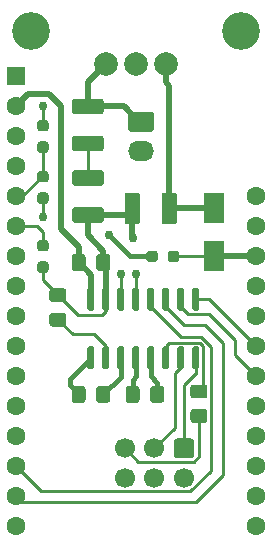
<source format=gbr>
%TF.GenerationSoftware,KiCad,Pcbnew,(5.1.10)-1*%
%TF.CreationDate,2021-08-19T13:56:03-06:00*%
%TF.ProjectId,Remote Ocean Acidification Monitor,52656d6f-7465-4204-9f63-65616e204163,rev?*%
%TF.SameCoordinates,Original*%
%TF.FileFunction,Copper,L1,Top*%
%TF.FilePolarity,Positive*%
%FSLAX46Y46*%
G04 Gerber Fmt 4.6, Leading zero omitted, Abs format (unit mm)*
G04 Created by KiCad (PCBNEW (5.1.10)-1) date 2021-08-19 13:56:03*
%MOMM*%
%LPD*%
G01*
G04 APERTURE LIST*
%TA.AperFunction,ComponentPad*%
%ADD10O,2.200000X1.700000*%
%TD*%
%TA.AperFunction,SMDPad,CuDef*%
%ADD11R,1.800000X2.500000*%
%TD*%
%TA.AperFunction,ComponentPad*%
%ADD12C,1.700000*%
%TD*%
%TA.AperFunction,ComponentPad*%
%ADD13C,1.600000*%
%TD*%
%TA.AperFunction,ComponentPad*%
%ADD14R,1.600000X1.600000*%
%TD*%
%TA.AperFunction,WasherPad*%
%ADD15C,3.200000*%
%TD*%
%TA.AperFunction,ComponentPad*%
%ADD16C,2.000000*%
%TD*%
%TA.AperFunction,ViaPad*%
%ADD17C,0.762000*%
%TD*%
%TA.AperFunction,Conductor*%
%ADD18C,0.508000*%
%TD*%
%TA.AperFunction,Conductor*%
%ADD19C,0.254000*%
%TD*%
%TA.AperFunction,Conductor*%
%ADD20C,0.381000*%
%TD*%
G04 APERTURE END LIST*
D10*
%TO.P,J1,2*%
%TO.N,GND*%
X138870000Y-91440000D03*
%TO.P,J1,1*%
%TO.N,+VDC*%
%TA.AperFunction,ComponentPad*%
G36*
G01*
X137770000Y-89540000D02*
X137770000Y-88340000D01*
G75*
G02*
X138020000Y-88090000I250000J0D01*
G01*
X139720000Y-88090000D01*
G75*
G02*
X139970000Y-88340000I0J-250000D01*
G01*
X139970000Y-89540000D01*
G75*
G02*
X139720000Y-89790000I-250000J0D01*
G01*
X138020000Y-89790000D01*
G75*
G02*
X137770000Y-89540000I0J250000D01*
G01*
G37*
%TD.AperFunction*%
%TD*%
D11*
%TO.P,D1,2*%
%TO.N,+4V*%
X145034000Y-96266000D03*
%TO.P,D1,1*%
%TO.N,VBUS*%
X145034000Y-100266000D03*
%TD*%
D12*
%TO.P,J2,6*%
%TO.N,GND*%
X137494000Y-119086000D03*
%TO.P,J2,5*%
%TO.N,/T1OUT*%
X139994000Y-119086000D03*
%TO.P,J2,4*%
%TO.N,/R1IN*%
X142494000Y-119086000D03*
%TO.P,J2,3*%
%TO.N,GND*%
X137494000Y-116586000D03*
%TO.P,J2,2*%
%TO.N,/T2OUT*%
X139994000Y-116586000D03*
%TO.P,J2,1*%
%TO.N,/R2IN*%
%TA.AperFunction,ComponentPad*%
G36*
G01*
X141894000Y-115736000D02*
X143094000Y-115736000D01*
G75*
G02*
X143344000Y-115986000I0J-250000D01*
G01*
X143344000Y-117186000D01*
G75*
G02*
X143094000Y-117436000I-250000J0D01*
G01*
X141894000Y-117436000D01*
G75*
G02*
X141644000Y-117186000I0J250000D01*
G01*
X141644000Y-115986000D01*
G75*
G02*
X141894000Y-115736000I250000J0D01*
G01*
G37*
%TD.AperFunction*%
%TD*%
D13*
%TO.P,A1,16*%
%TO.N,N/C*%
X128270000Y-123190000D03*
%TO.P,A1,15*%
%TO.N,/T1IN*%
X128270000Y-120650000D03*
%TO.P,A1,14*%
%TO.N,/R1OUT*%
X128270000Y-118110000D03*
%TO.P,A1,13*%
%TO.N,N/C*%
X128270000Y-115570000D03*
%TO.P,A1,12*%
X128270000Y-113030000D03*
%TO.P,A1,11*%
X128270000Y-110490000D03*
%TO.P,A1,10*%
X128270000Y-107950000D03*
%TO.P,A1,9*%
X128270000Y-105410000D03*
%TO.P,A1,8*%
X128270000Y-102870000D03*
%TO.P,A1,7*%
X128270000Y-100330000D03*
%TO.P,A1,6*%
%TO.N,/VBUS_LVL*%
X128270000Y-97790000D03*
%TO.P,A1,5*%
%TO.N,/VBATT_LVL*%
X128270000Y-95250000D03*
%TO.P,A1,4*%
%TO.N,GND*%
X128270000Y-92710000D03*
%TO.P,A1,3*%
%TO.N,N/C*%
X128270000Y-90170000D03*
%TO.P,A1,2*%
%TO.N,+3V3*%
X128270000Y-87630000D03*
D14*
%TO.P,A1,1*%
%TO.N,N/C*%
X128270000Y-85090000D03*
D13*
%TO.P,A1,28*%
X148590000Y-95250000D03*
%TO.P,A1,27*%
X148590000Y-97790000D03*
%TO.P,A1,26*%
%TO.N,VBUS*%
X148590000Y-100330000D03*
%TO.P,A1,25*%
%TO.N,N/C*%
X148590000Y-102870000D03*
%TO.P,A1,24*%
X148590000Y-105410000D03*
%TO.P,A1,23*%
%TO.N,/R2OUT*%
X148590000Y-107950000D03*
%TO.P,A1,22*%
%TO.N,/T2IN*%
X148590000Y-110490000D03*
%TO.P,A1,21*%
%TO.N,N/C*%
X148590000Y-113030000D03*
%TO.P,A1,20*%
X148590000Y-115570000D03*
%TO.P,A1,19*%
X148590000Y-118110000D03*
%TO.P,A1,18*%
X148590000Y-120650000D03*
%TO.P,A1,17*%
X148590000Y-123190000D03*
D15*
%TO.P,A1,*%
%TO.N,*%
X147320000Y-81280000D03*
X129540000Y-81280000D03*
%TD*%
%TO.P,C1,2*%
%TO.N,+VDC*%
%TA.AperFunction,SMDPad,CuDef*%
G36*
G01*
X135466002Y-88292500D02*
X133265998Y-88292500D01*
G75*
G02*
X133016000Y-88042502I0J249998D01*
G01*
X133016000Y-87217498D01*
G75*
G02*
X133265998Y-86967500I249998J0D01*
G01*
X135466002Y-86967500D01*
G75*
G02*
X135716000Y-87217498I0J-249998D01*
G01*
X135716000Y-88042502D01*
G75*
G02*
X135466002Y-88292500I-249998J0D01*
G01*
G37*
%TD.AperFunction*%
%TO.P,C1,1*%
%TO.N,Net-(C1-Pad1)*%
%TA.AperFunction,SMDPad,CuDef*%
G36*
G01*
X135466002Y-91417500D02*
X133265998Y-91417500D01*
G75*
G02*
X133016000Y-91167502I0J249998D01*
G01*
X133016000Y-90342498D01*
G75*
G02*
X133265998Y-90092500I249998J0D01*
G01*
X135466002Y-90092500D01*
G75*
G02*
X135716000Y-90342498I0J-249998D01*
G01*
X135716000Y-91167502D01*
G75*
G02*
X135466002Y-91417500I-249998J0D01*
G01*
G37*
%TD.AperFunction*%
%TD*%
%TO.P,C2,1*%
%TO.N,GND*%
%TA.AperFunction,SMDPad,CuDef*%
G36*
G01*
X135466002Y-97475000D02*
X133265998Y-97475000D01*
G75*
G02*
X133016000Y-97225002I0J249998D01*
G01*
X133016000Y-96399998D01*
G75*
G02*
X133265998Y-96150000I249998J0D01*
G01*
X135466002Y-96150000D01*
G75*
G02*
X135716000Y-96399998I0J-249998D01*
G01*
X135716000Y-97225002D01*
G75*
G02*
X135466002Y-97475000I-249998J0D01*
G01*
G37*
%TD.AperFunction*%
%TO.P,C2,2*%
%TO.N,Net-(C1-Pad1)*%
%TA.AperFunction,SMDPad,CuDef*%
G36*
G01*
X135466002Y-94350000D02*
X133265998Y-94350000D01*
G75*
G02*
X133016000Y-94100002I0J249998D01*
G01*
X133016000Y-93274998D01*
G75*
G02*
X133265998Y-93025000I249998J0D01*
G01*
X135466002Y-93025000D01*
G75*
G02*
X135716000Y-93274998I0J-249998D01*
G01*
X135716000Y-94100002D01*
G75*
G02*
X135466002Y-94350000I-249998J0D01*
G01*
G37*
%TD.AperFunction*%
%TD*%
%TO.P,C3,1*%
%TO.N,+4V*%
%TA.AperFunction,SMDPad,CuDef*%
G36*
G01*
X141925000Y-95165998D02*
X141925000Y-97366002D01*
G75*
G02*
X141675002Y-97616000I-249998J0D01*
G01*
X140849998Y-97616000D01*
G75*
G02*
X140600000Y-97366002I0J249998D01*
G01*
X140600000Y-95165998D01*
G75*
G02*
X140849998Y-94916000I249998J0D01*
G01*
X141675002Y-94916000D01*
G75*
G02*
X141925000Y-95165998I0J-249998D01*
G01*
G37*
%TD.AperFunction*%
%TO.P,C3,2*%
%TO.N,GND*%
%TA.AperFunction,SMDPad,CuDef*%
G36*
G01*
X138800000Y-95165998D02*
X138800000Y-97366002D01*
G75*
G02*
X138550002Y-97616000I-249998J0D01*
G01*
X137724998Y-97616000D01*
G75*
G02*
X137475000Y-97366002I0J249998D01*
G01*
X137475000Y-95165998D01*
G75*
G02*
X137724998Y-94916000I249998J0D01*
G01*
X138550002Y-94916000D01*
G75*
G02*
X138800000Y-95165998I0J-249998D01*
G01*
G37*
%TD.AperFunction*%
%TD*%
%TO.P,C4,1*%
%TO.N,Net-(C4-Pad1)*%
%TA.AperFunction,SMDPad,CuDef*%
G36*
G01*
X132995000Y-112489000D02*
X132995000Y-111539000D01*
G75*
G02*
X133245000Y-111289000I250000J0D01*
G01*
X133920000Y-111289000D01*
G75*
G02*
X134170000Y-111539000I0J-250000D01*
G01*
X134170000Y-112489000D01*
G75*
G02*
X133920000Y-112739000I-250000J0D01*
G01*
X133245000Y-112739000D01*
G75*
G02*
X132995000Y-112489000I0J250000D01*
G01*
G37*
%TD.AperFunction*%
%TO.P,C4,2*%
%TO.N,Net-(C4-Pad2)*%
%TA.AperFunction,SMDPad,CuDef*%
G36*
G01*
X135070000Y-112489000D02*
X135070000Y-111539000D01*
G75*
G02*
X135320000Y-111289000I250000J0D01*
G01*
X135995000Y-111289000D01*
G75*
G02*
X136245000Y-111539000I0J-250000D01*
G01*
X136245000Y-112489000D01*
G75*
G02*
X135995000Y-112739000I-250000J0D01*
G01*
X135320000Y-112739000D01*
G75*
G02*
X135070000Y-112489000I0J250000D01*
G01*
G37*
%TD.AperFunction*%
%TD*%
%TO.P,C5,1*%
%TO.N,GND*%
%TA.AperFunction,SMDPad,CuDef*%
G36*
G01*
X144239000Y-114422500D02*
X143289000Y-114422500D01*
G75*
G02*
X143039000Y-114172500I0J250000D01*
G01*
X143039000Y-113497500D01*
G75*
G02*
X143289000Y-113247500I250000J0D01*
G01*
X144239000Y-113247500D01*
G75*
G02*
X144489000Y-113497500I0J-250000D01*
G01*
X144489000Y-114172500D01*
G75*
G02*
X144239000Y-114422500I-250000J0D01*
G01*
G37*
%TD.AperFunction*%
%TO.P,C5,2*%
%TO.N,Net-(C5-Pad2)*%
%TA.AperFunction,SMDPad,CuDef*%
G36*
G01*
X144239000Y-112347500D02*
X143289000Y-112347500D01*
G75*
G02*
X143039000Y-112097500I0J250000D01*
G01*
X143039000Y-111422500D01*
G75*
G02*
X143289000Y-111172500I250000J0D01*
G01*
X144239000Y-111172500D01*
G75*
G02*
X144489000Y-111422500I0J-250000D01*
G01*
X144489000Y-112097500D01*
G75*
G02*
X144239000Y-112347500I-250000J0D01*
G01*
G37*
%TD.AperFunction*%
%TD*%
%TO.P,C6,1*%
%TO.N,Net-(C6-Pad1)*%
%TA.AperFunction,SMDPad,CuDef*%
G36*
G01*
X137567000Y-112489000D02*
X137567000Y-111539000D01*
G75*
G02*
X137817000Y-111289000I250000J0D01*
G01*
X138492000Y-111289000D01*
G75*
G02*
X138742000Y-111539000I0J-250000D01*
G01*
X138742000Y-112489000D01*
G75*
G02*
X138492000Y-112739000I-250000J0D01*
G01*
X137817000Y-112739000D01*
G75*
G02*
X137567000Y-112489000I0J250000D01*
G01*
G37*
%TD.AperFunction*%
%TO.P,C6,2*%
%TO.N,Net-(C6-Pad2)*%
%TA.AperFunction,SMDPad,CuDef*%
G36*
G01*
X139642000Y-112489000D02*
X139642000Y-111539000D01*
G75*
G02*
X139892000Y-111289000I250000J0D01*
G01*
X140567000Y-111289000D01*
G75*
G02*
X140817000Y-111539000I0J-250000D01*
G01*
X140817000Y-112489000D01*
G75*
G02*
X140567000Y-112739000I-250000J0D01*
G01*
X139892000Y-112739000D01*
G75*
G02*
X139642000Y-112489000I0J250000D01*
G01*
G37*
%TD.AperFunction*%
%TD*%
%TO.P,C7,2*%
%TO.N,+3V3*%
%TA.AperFunction,SMDPad,CuDef*%
G36*
G01*
X134170000Y-100363000D02*
X134170000Y-101313000D01*
G75*
G02*
X133920000Y-101563000I-250000J0D01*
G01*
X133245000Y-101563000D01*
G75*
G02*
X132995000Y-101313000I0J250000D01*
G01*
X132995000Y-100363000D01*
G75*
G02*
X133245000Y-100113000I250000J0D01*
G01*
X133920000Y-100113000D01*
G75*
G02*
X134170000Y-100363000I0J-250000D01*
G01*
G37*
%TD.AperFunction*%
%TO.P,C7,1*%
%TO.N,GND*%
%TA.AperFunction,SMDPad,CuDef*%
G36*
G01*
X136245000Y-100363000D02*
X136245000Y-101313000D01*
G75*
G02*
X135995000Y-101563000I-250000J0D01*
G01*
X135320000Y-101563000D01*
G75*
G02*
X135070000Y-101313000I0J250000D01*
G01*
X135070000Y-100363000D01*
G75*
G02*
X135320000Y-100113000I250000J0D01*
G01*
X135995000Y-100113000D01*
G75*
G02*
X136245000Y-100363000I0J-250000D01*
G01*
G37*
%TD.AperFunction*%
%TD*%
%TO.P,C8,2*%
%TO.N,Net-(C8-Pad2)*%
%TA.AperFunction,SMDPad,CuDef*%
G36*
G01*
X131351000Y-105098000D02*
X132301000Y-105098000D01*
G75*
G02*
X132551000Y-105348000I0J-250000D01*
G01*
X132551000Y-106023000D01*
G75*
G02*
X132301000Y-106273000I-250000J0D01*
G01*
X131351000Y-106273000D01*
G75*
G02*
X131101000Y-106023000I0J250000D01*
G01*
X131101000Y-105348000D01*
G75*
G02*
X131351000Y-105098000I250000J0D01*
G01*
G37*
%TD.AperFunction*%
%TO.P,C8,1*%
%TO.N,GND*%
%TA.AperFunction,SMDPad,CuDef*%
G36*
G01*
X131351000Y-103023000D02*
X132301000Y-103023000D01*
G75*
G02*
X132551000Y-103273000I0J-250000D01*
G01*
X132551000Y-103948000D01*
G75*
G02*
X132301000Y-104198000I-250000J0D01*
G01*
X131351000Y-104198000D01*
G75*
G02*
X131101000Y-103948000I0J250000D01*
G01*
X131101000Y-103273000D01*
G75*
G02*
X131351000Y-103023000I250000J0D01*
G01*
G37*
%TD.AperFunction*%
%TD*%
D16*
%TO.P,U1,3*%
%TO.N,+4V*%
X140970000Y-84074000D03*
%TO.P,U1,2*%
%TO.N,GND*%
X138430000Y-84074000D03*
%TO.P,U1,1*%
%TO.N,+VDC*%
X135890000Y-84074000D03*
%TD*%
%TO.P,U2,1*%
%TO.N,Net-(C4-Pad1)*%
%TA.AperFunction,SMDPad,CuDef*%
G36*
G01*
X134770000Y-109876000D02*
X134470000Y-109876000D01*
G75*
G02*
X134320000Y-109726000I0J150000D01*
G01*
X134320000Y-108076000D01*
G75*
G02*
X134470000Y-107926000I150000J0D01*
G01*
X134770000Y-107926000D01*
G75*
G02*
X134920000Y-108076000I0J-150000D01*
G01*
X134920000Y-109726000D01*
G75*
G02*
X134770000Y-109876000I-150000J0D01*
G01*
G37*
%TD.AperFunction*%
%TO.P,U2,2*%
%TO.N,Net-(C8-Pad2)*%
%TA.AperFunction,SMDPad,CuDef*%
G36*
G01*
X136040000Y-109876000D02*
X135740000Y-109876000D01*
G75*
G02*
X135590000Y-109726000I0J150000D01*
G01*
X135590000Y-108076000D01*
G75*
G02*
X135740000Y-107926000I150000J0D01*
G01*
X136040000Y-107926000D01*
G75*
G02*
X136190000Y-108076000I0J-150000D01*
G01*
X136190000Y-109726000D01*
G75*
G02*
X136040000Y-109876000I-150000J0D01*
G01*
G37*
%TD.AperFunction*%
%TO.P,U2,3*%
%TO.N,Net-(C4-Pad2)*%
%TA.AperFunction,SMDPad,CuDef*%
G36*
G01*
X137310000Y-109876000D02*
X137010000Y-109876000D01*
G75*
G02*
X136860000Y-109726000I0J150000D01*
G01*
X136860000Y-108076000D01*
G75*
G02*
X137010000Y-107926000I150000J0D01*
G01*
X137310000Y-107926000D01*
G75*
G02*
X137460000Y-108076000I0J-150000D01*
G01*
X137460000Y-109726000D01*
G75*
G02*
X137310000Y-109876000I-150000J0D01*
G01*
G37*
%TD.AperFunction*%
%TO.P,U2,4*%
%TO.N,Net-(C6-Pad1)*%
%TA.AperFunction,SMDPad,CuDef*%
G36*
G01*
X138580000Y-109876000D02*
X138280000Y-109876000D01*
G75*
G02*
X138130000Y-109726000I0J150000D01*
G01*
X138130000Y-108076000D01*
G75*
G02*
X138280000Y-107926000I150000J0D01*
G01*
X138580000Y-107926000D01*
G75*
G02*
X138730000Y-108076000I0J-150000D01*
G01*
X138730000Y-109726000D01*
G75*
G02*
X138580000Y-109876000I-150000J0D01*
G01*
G37*
%TD.AperFunction*%
%TO.P,U2,5*%
%TO.N,Net-(C6-Pad2)*%
%TA.AperFunction,SMDPad,CuDef*%
G36*
G01*
X139850000Y-109876000D02*
X139550000Y-109876000D01*
G75*
G02*
X139400000Y-109726000I0J150000D01*
G01*
X139400000Y-108076000D01*
G75*
G02*
X139550000Y-107926000I150000J0D01*
G01*
X139850000Y-107926000D01*
G75*
G02*
X140000000Y-108076000I0J-150000D01*
G01*
X140000000Y-109726000D01*
G75*
G02*
X139850000Y-109876000I-150000J0D01*
G01*
G37*
%TD.AperFunction*%
%TO.P,U2,6*%
%TO.N,Net-(C5-Pad2)*%
%TA.AperFunction,SMDPad,CuDef*%
G36*
G01*
X141120000Y-109876000D02*
X140820000Y-109876000D01*
G75*
G02*
X140670000Y-109726000I0J150000D01*
G01*
X140670000Y-108076000D01*
G75*
G02*
X140820000Y-107926000I150000J0D01*
G01*
X141120000Y-107926000D01*
G75*
G02*
X141270000Y-108076000I0J-150000D01*
G01*
X141270000Y-109726000D01*
G75*
G02*
X141120000Y-109876000I-150000J0D01*
G01*
G37*
%TD.AperFunction*%
%TO.P,U2,7*%
%TO.N,/T2OUT*%
%TA.AperFunction,SMDPad,CuDef*%
G36*
G01*
X142390000Y-109876000D02*
X142090000Y-109876000D01*
G75*
G02*
X141940000Y-109726000I0J150000D01*
G01*
X141940000Y-108076000D01*
G75*
G02*
X142090000Y-107926000I150000J0D01*
G01*
X142390000Y-107926000D01*
G75*
G02*
X142540000Y-108076000I0J-150000D01*
G01*
X142540000Y-109726000D01*
G75*
G02*
X142390000Y-109876000I-150000J0D01*
G01*
G37*
%TD.AperFunction*%
%TO.P,U2,8*%
%TO.N,/R2IN*%
%TA.AperFunction,SMDPad,CuDef*%
G36*
G01*
X143660000Y-109876000D02*
X143360000Y-109876000D01*
G75*
G02*
X143210000Y-109726000I0J150000D01*
G01*
X143210000Y-108076000D01*
G75*
G02*
X143360000Y-107926000I150000J0D01*
G01*
X143660000Y-107926000D01*
G75*
G02*
X143810000Y-108076000I0J-150000D01*
G01*
X143810000Y-109726000D01*
G75*
G02*
X143660000Y-109876000I-150000J0D01*
G01*
G37*
%TD.AperFunction*%
%TO.P,U2,9*%
%TO.N,/R2OUT*%
%TA.AperFunction,SMDPad,CuDef*%
G36*
G01*
X143660000Y-104926000D02*
X143360000Y-104926000D01*
G75*
G02*
X143210000Y-104776000I0J150000D01*
G01*
X143210000Y-103126000D01*
G75*
G02*
X143360000Y-102976000I150000J0D01*
G01*
X143660000Y-102976000D01*
G75*
G02*
X143810000Y-103126000I0J-150000D01*
G01*
X143810000Y-104776000D01*
G75*
G02*
X143660000Y-104926000I-150000J0D01*
G01*
G37*
%TD.AperFunction*%
%TO.P,U2,10*%
%TO.N,/T2IN*%
%TA.AperFunction,SMDPad,CuDef*%
G36*
G01*
X142390000Y-104926000D02*
X142090000Y-104926000D01*
G75*
G02*
X141940000Y-104776000I0J150000D01*
G01*
X141940000Y-103126000D01*
G75*
G02*
X142090000Y-102976000I150000J0D01*
G01*
X142390000Y-102976000D01*
G75*
G02*
X142540000Y-103126000I0J-150000D01*
G01*
X142540000Y-104776000D01*
G75*
G02*
X142390000Y-104926000I-150000J0D01*
G01*
G37*
%TD.AperFunction*%
%TO.P,U2,11*%
%TO.N,/T1IN*%
%TA.AperFunction,SMDPad,CuDef*%
G36*
G01*
X141120000Y-104926000D02*
X140820000Y-104926000D01*
G75*
G02*
X140670000Y-104776000I0J150000D01*
G01*
X140670000Y-103126000D01*
G75*
G02*
X140820000Y-102976000I150000J0D01*
G01*
X141120000Y-102976000D01*
G75*
G02*
X141270000Y-103126000I0J-150000D01*
G01*
X141270000Y-104776000D01*
G75*
G02*
X141120000Y-104926000I-150000J0D01*
G01*
G37*
%TD.AperFunction*%
%TO.P,U2,12*%
%TO.N,/R1OUT*%
%TA.AperFunction,SMDPad,CuDef*%
G36*
G01*
X139850000Y-104926000D02*
X139550000Y-104926000D01*
G75*
G02*
X139400000Y-104776000I0J150000D01*
G01*
X139400000Y-103126000D01*
G75*
G02*
X139550000Y-102976000I150000J0D01*
G01*
X139850000Y-102976000D01*
G75*
G02*
X140000000Y-103126000I0J-150000D01*
G01*
X140000000Y-104776000D01*
G75*
G02*
X139850000Y-104926000I-150000J0D01*
G01*
G37*
%TD.AperFunction*%
%TO.P,U2,13*%
%TO.N,/R1IN*%
%TA.AperFunction,SMDPad,CuDef*%
G36*
G01*
X138580000Y-104926000D02*
X138280000Y-104926000D01*
G75*
G02*
X138130000Y-104776000I0J150000D01*
G01*
X138130000Y-103126000D01*
G75*
G02*
X138280000Y-102976000I150000J0D01*
G01*
X138580000Y-102976000D01*
G75*
G02*
X138730000Y-103126000I0J-150000D01*
G01*
X138730000Y-104776000D01*
G75*
G02*
X138580000Y-104926000I-150000J0D01*
G01*
G37*
%TD.AperFunction*%
%TO.P,U2,14*%
%TO.N,/T1OUT*%
%TA.AperFunction,SMDPad,CuDef*%
G36*
G01*
X137310000Y-104926000D02*
X137010000Y-104926000D01*
G75*
G02*
X136860000Y-104776000I0J150000D01*
G01*
X136860000Y-103126000D01*
G75*
G02*
X137010000Y-102976000I150000J0D01*
G01*
X137310000Y-102976000D01*
G75*
G02*
X137460000Y-103126000I0J-150000D01*
G01*
X137460000Y-104776000D01*
G75*
G02*
X137310000Y-104926000I-150000J0D01*
G01*
G37*
%TD.AperFunction*%
%TO.P,U2,15*%
%TO.N,GND*%
%TA.AperFunction,SMDPad,CuDef*%
G36*
G01*
X136040000Y-104926000D02*
X135740000Y-104926000D01*
G75*
G02*
X135590000Y-104776000I0J150000D01*
G01*
X135590000Y-103126000D01*
G75*
G02*
X135740000Y-102976000I150000J0D01*
G01*
X136040000Y-102976000D01*
G75*
G02*
X136190000Y-103126000I0J-150000D01*
G01*
X136190000Y-104776000D01*
G75*
G02*
X136040000Y-104926000I-150000J0D01*
G01*
G37*
%TD.AperFunction*%
%TO.P,U2,16*%
%TO.N,+3V3*%
%TA.AperFunction,SMDPad,CuDef*%
G36*
G01*
X134770000Y-104926000D02*
X134470000Y-104926000D01*
G75*
G02*
X134320000Y-104776000I0J150000D01*
G01*
X134320000Y-103126000D01*
G75*
G02*
X134470000Y-102976000I150000J0D01*
G01*
X134770000Y-102976000D01*
G75*
G02*
X134920000Y-103126000I0J-150000D01*
G01*
X134920000Y-104776000D01*
G75*
G02*
X134770000Y-104926000I-150000J0D01*
G01*
G37*
%TD.AperFunction*%
%TD*%
%TO.P,R1,2*%
%TO.N,/VBUS_LVL*%
%TA.AperFunction,SMDPad,CuDef*%
G36*
G01*
X140291000Y-100092500D02*
X140291000Y-100567500D01*
G75*
G02*
X140053500Y-100805000I-237500J0D01*
G01*
X139553500Y-100805000D01*
G75*
G02*
X139316000Y-100567500I0J237500D01*
G01*
X139316000Y-100092500D01*
G75*
G02*
X139553500Y-99855000I237500J0D01*
G01*
X140053500Y-99855000D01*
G75*
G02*
X140291000Y-100092500I0J-237500D01*
G01*
G37*
%TD.AperFunction*%
%TO.P,R1,1*%
%TO.N,VBUS*%
%TA.AperFunction,SMDPad,CuDef*%
G36*
G01*
X142116000Y-100092500D02*
X142116000Y-100567500D01*
G75*
G02*
X141878500Y-100805000I-237500J0D01*
G01*
X141378500Y-100805000D01*
G75*
G02*
X141141000Y-100567500I0J237500D01*
G01*
X141141000Y-100092500D01*
G75*
G02*
X141378500Y-99855000I237500J0D01*
G01*
X141878500Y-99855000D01*
G75*
G02*
X142116000Y-100092500I0J-237500D01*
G01*
G37*
%TD.AperFunction*%
%TD*%
%TO.P,R2,1*%
%TO.N,/VBUS_LVL*%
%TA.AperFunction,SMDPad,CuDef*%
G36*
G01*
X130318500Y-98930000D02*
X130793500Y-98930000D01*
G75*
G02*
X131031000Y-99167500I0J-237500D01*
G01*
X131031000Y-99667500D01*
G75*
G02*
X130793500Y-99905000I-237500J0D01*
G01*
X130318500Y-99905000D01*
G75*
G02*
X130081000Y-99667500I0J237500D01*
G01*
X130081000Y-99167500D01*
G75*
G02*
X130318500Y-98930000I237500J0D01*
G01*
G37*
%TD.AperFunction*%
%TO.P,R2,2*%
%TO.N,GND*%
%TA.AperFunction,SMDPad,CuDef*%
G36*
G01*
X130318500Y-100755000D02*
X130793500Y-100755000D01*
G75*
G02*
X131031000Y-100992500I0J-237500D01*
G01*
X131031000Y-101492500D01*
G75*
G02*
X130793500Y-101730000I-237500J0D01*
G01*
X130318500Y-101730000D01*
G75*
G02*
X130081000Y-101492500I0J237500D01*
G01*
X130081000Y-100992500D01*
G75*
G02*
X130318500Y-100755000I237500J0D01*
G01*
G37*
%TD.AperFunction*%
%TD*%
%TO.P,R3,2*%
%TO.N,/VBATT_LVL*%
%TA.AperFunction,SMDPad,CuDef*%
G36*
G01*
X130318500Y-90595000D02*
X130793500Y-90595000D01*
G75*
G02*
X131031000Y-90832500I0J-237500D01*
G01*
X131031000Y-91332500D01*
G75*
G02*
X130793500Y-91570000I-237500J0D01*
G01*
X130318500Y-91570000D01*
G75*
G02*
X130081000Y-91332500I0J237500D01*
G01*
X130081000Y-90832500D01*
G75*
G02*
X130318500Y-90595000I237500J0D01*
G01*
G37*
%TD.AperFunction*%
%TO.P,R3,1*%
%TO.N,+VDC*%
%TA.AperFunction,SMDPad,CuDef*%
G36*
G01*
X130318500Y-88770000D02*
X130793500Y-88770000D01*
G75*
G02*
X131031000Y-89007500I0J-237500D01*
G01*
X131031000Y-89507500D01*
G75*
G02*
X130793500Y-89745000I-237500J0D01*
G01*
X130318500Y-89745000D01*
G75*
G02*
X130081000Y-89507500I0J237500D01*
G01*
X130081000Y-89007500D01*
G75*
G02*
X130318500Y-88770000I237500J0D01*
G01*
G37*
%TD.AperFunction*%
%TD*%
%TO.P,R4,1*%
%TO.N,/VBATT_LVL*%
%TA.AperFunction,SMDPad,CuDef*%
G36*
G01*
X130318500Y-93088000D02*
X130793500Y-93088000D01*
G75*
G02*
X131031000Y-93325500I0J-237500D01*
G01*
X131031000Y-93825500D01*
G75*
G02*
X130793500Y-94063000I-237500J0D01*
G01*
X130318500Y-94063000D01*
G75*
G02*
X130081000Y-93825500I0J237500D01*
G01*
X130081000Y-93325500D01*
G75*
G02*
X130318500Y-93088000I237500J0D01*
G01*
G37*
%TD.AperFunction*%
%TO.P,R4,2*%
%TO.N,GND*%
%TA.AperFunction,SMDPad,CuDef*%
G36*
G01*
X130318500Y-94913000D02*
X130793500Y-94913000D01*
G75*
G02*
X131031000Y-95150500I0J-237500D01*
G01*
X131031000Y-95650500D01*
G75*
G02*
X130793500Y-95888000I-237500J0D01*
G01*
X130318500Y-95888000D01*
G75*
G02*
X130081000Y-95650500I0J237500D01*
G01*
X130081000Y-95150500D01*
G75*
G02*
X130318500Y-94913000I237500J0D01*
G01*
G37*
%TD.AperFunction*%
%TD*%
D17*
%TO.N,+VDC*%
X130556000Y-87630000D03*
%TO.N,GND*%
X138176000Y-98806000D03*
X130556000Y-97028000D03*
%TO.N,/R1IN*%
X138430000Y-101854000D03*
%TO.N,/T1OUT*%
X137160000Y-101854000D03*
%TO.N,/VBUS_LVL*%
X136144000Y-98552000D03*
%TD*%
D18*
%TO.N,+VDC*%
X138870000Y-88940000D02*
X138724000Y-88940000D01*
X137414000Y-87630000D02*
X134366000Y-87630000D01*
X138724000Y-88940000D02*
X137414000Y-87630000D01*
X134366000Y-85598000D02*
X135890000Y-84074000D01*
X134366000Y-87630000D02*
X134366000Y-85598000D01*
D19*
X130556000Y-89257500D02*
X130556000Y-87630000D01*
%TO.N,Net-(C1-Pad1)*%
X134366000Y-93687500D02*
X134366000Y-90755000D01*
%TO.N,GND*%
X135868500Y-103929500D02*
X135890000Y-103951000D01*
D18*
X135868500Y-100838000D02*
X135868500Y-103929500D01*
D19*
X137591000Y-96812500D02*
X138137500Y-96266000D01*
D18*
X134366000Y-96812500D02*
X137591000Y-96812500D01*
D19*
X133484410Y-105268910D02*
X131826000Y-103610500D01*
X135547090Y-105268910D02*
X133484410Y-105268910D01*
X135890000Y-104926000D02*
X135547090Y-105268910D01*
X135890000Y-103951000D02*
X135890000Y-104926000D01*
D18*
X135657500Y-100838000D02*
X135657500Y-99843500D01*
X135657500Y-99843500D02*
X134366000Y-98552000D01*
X134366000Y-98552000D02*
X134366000Y-96812500D01*
D19*
X138137500Y-98767500D02*
X138176000Y-98806000D01*
D18*
X138137500Y-96266000D02*
X138137500Y-98767500D01*
D19*
X138623410Y-117715410D02*
X137494000Y-116586000D01*
X143313290Y-117715410D02*
X138623410Y-117715410D01*
X143764000Y-117264700D02*
X143313290Y-117715410D01*
X143764000Y-113835000D02*
X143764000Y-117264700D01*
X130556000Y-102340500D02*
X131826000Y-103610500D01*
X130556000Y-101242500D02*
X130556000Y-102340500D01*
X130556000Y-95400500D02*
X130556000Y-97028000D01*
D18*
%TO.N,+4V*%
X140970000Y-84074000D02*
X140970000Y-85598000D01*
X141262500Y-85890500D02*
X141262500Y-96266000D01*
X140970000Y-85598000D02*
X141262500Y-85890500D01*
X141262500Y-96266000D02*
X145034000Y-96266000D01*
D20*
%TO.N,Net-(C4-Pad1)*%
X133582500Y-112014000D02*
X133582500Y-111992500D01*
X133582500Y-111992500D02*
X132842000Y-111252000D01*
X132842000Y-110679000D02*
X134620000Y-108901000D01*
X132842000Y-111252000D02*
X132842000Y-110679000D01*
%TO.N,Net-(C4-Pad2)*%
X137160000Y-110511500D02*
X137160000Y-108901000D01*
X135657500Y-112014000D02*
X137160000Y-110511500D01*
D19*
%TO.N,Net-(C5-Pad2)*%
X144089410Y-111434590D02*
X143764000Y-111760000D01*
X144089410Y-107898130D02*
X144089410Y-111434590D01*
X143837870Y-107646590D02*
X144089410Y-107898130D01*
X141249410Y-107646590D02*
X143837870Y-107646590D01*
X140970000Y-107926000D02*
X141249410Y-107646590D01*
X140970000Y-108901000D02*
X140970000Y-107926000D01*
D20*
%TO.N,Net-(C6-Pad1)*%
X138154500Y-112014000D02*
X138154500Y-110765500D01*
X138430000Y-110490000D02*
X138430000Y-108901000D01*
X138154500Y-110765500D02*
X138430000Y-110490000D01*
%TO.N,Net-(C6-Pad2)*%
X140229500Y-112014000D02*
X140229500Y-111019500D01*
X139700000Y-110490000D02*
X139700000Y-108901000D01*
X140229500Y-111019500D02*
X139700000Y-110490000D01*
D18*
%TO.N,+3V3*%
X128270000Y-87630000D02*
X129286000Y-86614000D01*
X129286000Y-86614000D02*
X131064000Y-86614000D01*
X131064000Y-86614000D02*
X132080000Y-87630000D01*
X133582500Y-100838000D02*
X133582500Y-99546500D01*
X132080000Y-98044000D02*
X132080000Y-87630000D01*
X133582500Y-99546500D02*
X132080000Y-98044000D01*
X134620000Y-101875500D02*
X133582500Y-100838000D01*
X134620000Y-103951000D02*
X134620000Y-101875500D01*
D19*
%TO.N,Net-(C8-Pad2)*%
X131826000Y-105685500D02*
X131847500Y-105685500D01*
X131847500Y-105685500D02*
X133096000Y-106934000D01*
X135890000Y-107926000D02*
X135890000Y-108901000D01*
X134898000Y-106934000D02*
X135890000Y-107926000D01*
X133096000Y-106934000D02*
X134898000Y-106934000D01*
D18*
%TO.N,VBUS*%
X148526000Y-100266000D02*
X148590000Y-100330000D01*
X145034000Y-100266000D02*
X148526000Y-100266000D01*
D19*
%TO.N,/T2OUT*%
X142240000Y-108901000D02*
X142240000Y-109728000D01*
X142240000Y-109728000D02*
X141732000Y-110236000D01*
X141732000Y-114848000D02*
X139994000Y-116586000D01*
X141732000Y-110236000D02*
X141732000Y-114848000D01*
%TO.N,/R2IN*%
X142494000Y-111289194D02*
X142494000Y-116586000D01*
X143510000Y-110236000D02*
X142494000Y-111252000D01*
X143510000Y-108901000D02*
X143510000Y-110273194D01*
%TO.N,/R2OUT*%
X144591000Y-103951000D02*
X143510000Y-103951000D01*
X148590000Y-107950000D02*
X144591000Y-103951000D01*
%TO.N,/T2IN*%
X148590000Y-110490000D02*
X146812000Y-108712000D01*
X146812000Y-108712000D02*
X146812000Y-107442000D01*
X144575410Y-105205410D02*
X142797410Y-105205410D01*
X146812000Y-107442000D02*
X144575410Y-105205410D01*
X142240000Y-104648000D02*
X142240000Y-103951000D01*
X142797410Y-105205410D02*
X142240000Y-104648000D01*
%TO.N,/T1IN*%
X128778000Y-121158000D02*
X128270000Y-120650000D01*
X143510000Y-121158000D02*
X128778000Y-121158000D01*
X145796000Y-118872000D02*
X143510000Y-121158000D01*
X144272000Y-106172000D02*
X145796000Y-107696000D01*
X145796000Y-107696000D02*
X145796000Y-118872000D01*
X142494000Y-106172000D02*
X144272000Y-106172000D01*
X140970000Y-104648000D02*
X142494000Y-106172000D01*
X140970000Y-103951000D02*
X140970000Y-104648000D01*
%TO.N,/R1OUT*%
X130375401Y-120215401D02*
X128270000Y-118110000D01*
X143036113Y-120215401D02*
X130375401Y-120215401D01*
X144768410Y-118483104D02*
X143036113Y-120215401D01*
X144768410Y-108002380D02*
X144768410Y-118483104D01*
X143954030Y-107188000D02*
X144768410Y-108002380D01*
X142240000Y-107188000D02*
X143954030Y-107188000D01*
X139700000Y-104648000D02*
X142240000Y-107188000D01*
X139700000Y-103951000D02*
X139700000Y-104648000D01*
%TO.N,/R1IN*%
X138430000Y-103951000D02*
X138430000Y-101854000D01*
%TO.N,/T1OUT*%
X137160000Y-103951000D02*
X137160000Y-101854000D01*
D20*
%TO.N,/VBUS_LVL*%
X137922000Y-100330000D02*
X136144000Y-98552000D01*
X139803500Y-100330000D02*
X137922000Y-100330000D01*
D19*
X128270000Y-97790000D02*
X130048000Y-97790000D01*
X130556000Y-98298000D02*
X130556000Y-99417500D01*
X130048000Y-97790000D02*
X130556000Y-98298000D01*
%TO.N,/VBATT_LVL*%
X130556000Y-93575500D02*
X130452500Y-93575500D01*
X128778000Y-95250000D02*
X128270000Y-95250000D01*
X130452500Y-93575500D02*
X128778000Y-95250000D01*
X130556000Y-91082500D02*
X130556000Y-93575500D01*
%TO.N,VBUS*%
X141692500Y-100266000D02*
X141628500Y-100330000D01*
X145034000Y-100266000D02*
X141692500Y-100266000D01*
%TD*%
M02*

</source>
